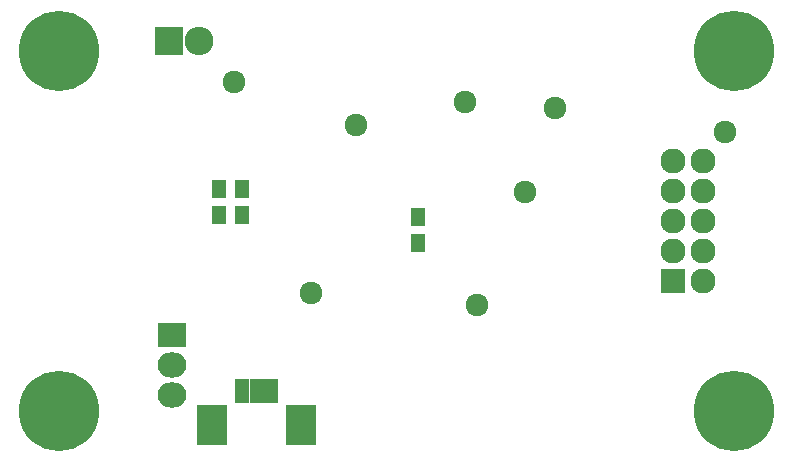
<source format=gbs>
G04 #@! TF.FileFunction,Soldermask,Bot*
%FSLAX46Y46*%
G04 Gerber Fmt 4.6, Leading zero omitted, Abs format (unit mm)*
G04 Created by KiCad (PCBNEW 4.0.4-stable) date 03/04/17 14:03:53*
%MOMM*%
%LPD*%
G01*
G04 APERTURE LIST*
%ADD10C,0.100000*%
%ADD11R,1.300000X1.600000*%
%ADD12R,2.432000X2.432000*%
%ADD13O,2.432000X2.432000*%
%ADD14R,2.432000X2.127200*%
%ADD15O,2.432000X2.127200*%
%ADD16C,6.800000*%
%ADD17R,1.200000X2.000000*%
%ADD18R,2.500000X3.400000*%
%ADD19R,2.127200X2.127200*%
%ADD20O,2.127200X2.127200*%
%ADD21C,1.924000*%
G04 APERTURE END LIST*
D10*
D11*
X66492600Y-72415200D03*
X66492600Y-70215200D03*
X64549500Y-72415200D03*
X64549500Y-70215200D03*
X81377000Y-74815500D03*
X81377000Y-72615500D03*
D12*
X60282300Y-57713500D03*
D13*
X62822300Y-57713500D03*
D14*
X60549000Y-82542000D03*
D15*
X60549000Y-85082000D03*
X60549000Y-87622000D03*
D16*
X51000000Y-58520000D03*
X51000000Y-89000000D03*
X108150000Y-89000000D03*
X108150000Y-58520000D03*
D17*
X68974500Y-87325500D03*
X67724500Y-87325500D03*
X66474500Y-87325500D03*
D18*
X71524500Y-90225500D03*
X63924500Y-90225500D03*
D19*
X102950000Y-78000000D03*
D20*
X105490000Y-78000000D03*
X102950000Y-75460000D03*
X105490000Y-75460000D03*
X102950000Y-72920000D03*
X105490000Y-72920000D03*
X102950000Y-70380000D03*
X105490000Y-70380000D03*
X102950000Y-67840000D03*
X105490000Y-67840000D03*
D21*
X107348500Y-65397000D03*
X90457500Y-70477000D03*
X65844900Y-61167900D03*
X92997500Y-63365000D03*
X76106500Y-64762000D03*
X85339400Y-62818900D03*
X86393500Y-80065500D03*
X72296500Y-79049500D03*
M02*

</source>
